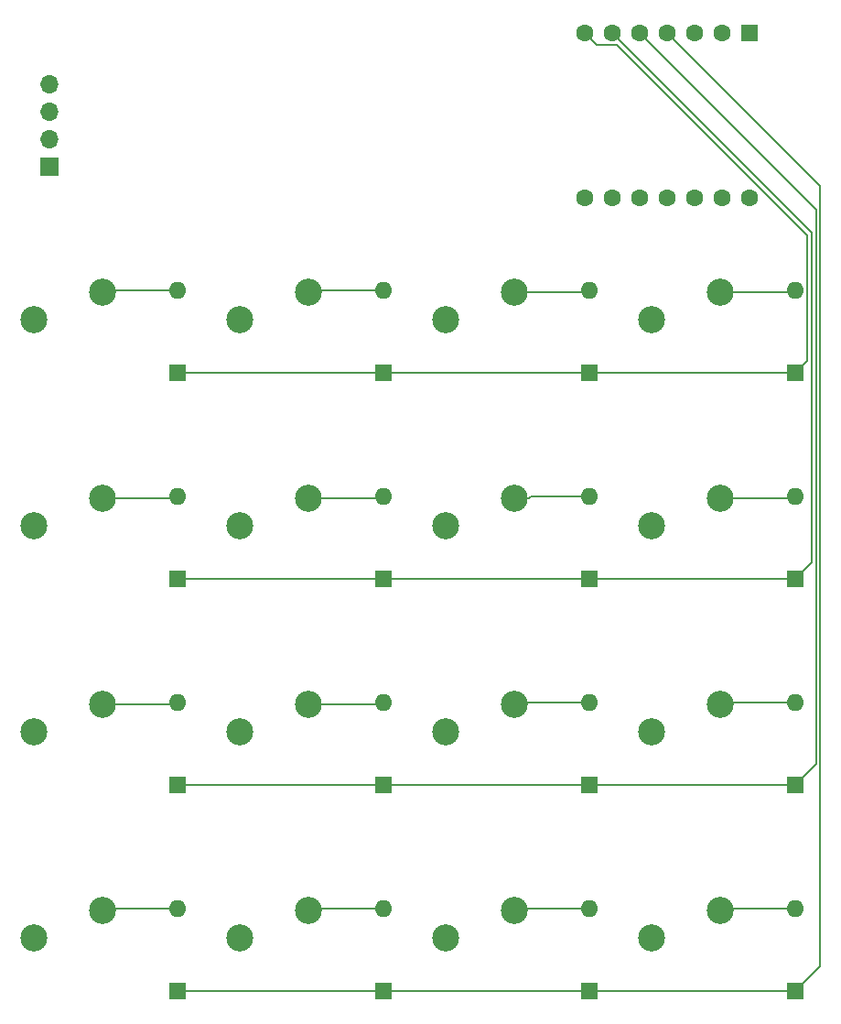
<source format=gbr>
%TF.GenerationSoftware,KiCad,Pcbnew,8.0.5*%
%TF.CreationDate,2024-10-19T01:04:11-04:00*%
%TF.ProjectId,hackpad,6861636b-7061-4642-9e6b-696361645f70,rev?*%
%TF.SameCoordinates,Original*%
%TF.FileFunction,Copper,L2,Bot*%
%TF.FilePolarity,Positive*%
%FSLAX46Y46*%
G04 Gerber Fmt 4.6, Leading zero omitted, Abs format (unit mm)*
G04 Created by KiCad (PCBNEW 8.0.5) date 2024-10-19 01:04:11*
%MOMM*%
%LPD*%
G01*
G04 APERTURE LIST*
%TA.AperFunction,ComponentPad*%
%ADD10C,2.500000*%
%TD*%
%TA.AperFunction,ComponentPad*%
%ADD11R,1.600000X1.600000*%
%TD*%
%TA.AperFunction,ComponentPad*%
%ADD12C,1.600000*%
%TD*%
%TA.AperFunction,ComponentPad*%
%ADD13R,1.700000X1.700000*%
%TD*%
%TA.AperFunction,ComponentPad*%
%ADD14O,1.700000X1.700000*%
%TD*%
%TA.AperFunction,ComponentPad*%
%ADD15O,1.600000X1.600000*%
%TD*%
%TA.AperFunction,Conductor*%
%ADD16C,0.200000*%
%TD*%
G04 APERTURE END LIST*
D10*
%TO.P,SW5,1,1*%
%TO.N,col 1*%
X148590000Y-73660000D03*
%TO.P,SW5,2,2*%
%TO.N,Net-(D5-A)*%
X154940000Y-71120000D03*
%TD*%
D11*
%TO.P,U1,1,PA02_A0_D0*%
%TO.N,SCL*%
X214788750Y-28098750D03*
D12*
%TO.P,U1,2,PA4_A1_D1*%
%TO.N,SDA*%
X212248750Y-28098750D03*
%TO.P,U1,3,PA10_A2_D2*%
%TO.N,unconnected-(U1-PA10_A2_D2-Pad3)_1*%
X209708750Y-28098750D03*
%TO.P,U1,4,PA11_A3_D3*%
%TO.N,row 4*%
X207168750Y-28098750D03*
%TO.P,U1,5,PA8_A4_D4_SDA*%
%TO.N,row 3*%
X204628750Y-28098750D03*
%TO.P,U1,6,PA9_A5_D5_SCL*%
%TO.N,row 2*%
X202088750Y-28098750D03*
%TO.P,U1,7,PB08_A6_D6_TX*%
%TO.N,row 1*%
X199548750Y-28098750D03*
%TO.P,U1,8,PB09_A7_D7_RX*%
%TO.N,col 4*%
X199548750Y-43338750D03*
%TO.P,U1,9,PA7_A8_D8_SCK*%
%TO.N,col 3*%
X202088750Y-43338750D03*
%TO.P,U1,10,PA5_A9_D9_MISO*%
%TO.N,col 2*%
X204628750Y-43338750D03*
%TO.P,U1,11,PA6_A10_D10_MOSI*%
%TO.N,col 1*%
X207168750Y-43338750D03*
%TO.P,U1,12,3V3*%
%TO.N,vcc*%
X209708750Y-43338750D03*
%TO.P,U1,13,GND*%
%TO.N,gnd*%
X212248750Y-43338750D03*
%TO.P,U1,14,5V*%
%TO.N,unconnected-(U1-5V-Pad14)*%
X214788750Y-43338750D03*
%TD*%
D10*
%TO.P,SW12,1,1*%
%TO.N,col 4*%
X205740000Y-92710000D03*
%TO.P,SW12,2,2*%
%TO.N,Net-(D12-A)*%
X212090000Y-90170000D03*
%TD*%
%TO.P,SW9,1,1*%
%TO.N,col 1*%
X148590000Y-92710000D03*
%TO.P,SW9,2,2*%
%TO.N,Net-(D9-A)*%
X154940000Y-90170000D03*
%TD*%
%TO.P,SW10,1,1*%
%TO.N,col 2*%
X167640000Y-92710000D03*
%TO.P,SW10,2,2*%
%TO.N,Net-(D10-A)*%
X173990000Y-90170000D03*
%TD*%
%TO.P,SW1,1,1*%
%TO.N,col 1*%
X148590000Y-54610000D03*
%TO.P,SW1,2,2*%
%TO.N,Net-(D1-A)*%
X154940000Y-52070000D03*
%TD*%
%TO.P,SW4,1,1*%
%TO.N,col 4*%
X205740000Y-54610000D03*
%TO.P,SW4,2,2*%
%TO.N,Net-(D4-A)*%
X212090000Y-52070000D03*
%TD*%
%TO.P,SW6,1,1*%
%TO.N,col 2*%
X167640000Y-73660000D03*
%TO.P,SW6,2,2*%
%TO.N,Net-(D6-A)*%
X173990000Y-71120000D03*
%TD*%
%TO.P,SW16,1,1*%
%TO.N,col 4*%
X205740000Y-111760000D03*
%TO.P,SW16,2,2*%
%TO.N,Net-(D16-A)*%
X212090000Y-109220000D03*
%TD*%
%TO.P,SW2,1,1*%
%TO.N,col 2*%
X167640000Y-54610000D03*
%TO.P,SW2,2,2*%
%TO.N,Net-(D2-A)*%
X173990000Y-52070000D03*
%TD*%
%TO.P,SW13,1,1*%
%TO.N,col 1*%
X148590000Y-111760000D03*
%TO.P,SW13,2,2*%
%TO.N,Net-(D13-A)*%
X154940000Y-109220000D03*
%TD*%
%TO.P,SW14,1,1*%
%TO.N,col 2*%
X167640000Y-111760000D03*
%TO.P,SW14,2,2*%
%TO.N,Net-(D14-A)*%
X173990000Y-109220000D03*
%TD*%
D13*
%TO.P,J1,1,GND*%
%TO.N,gnd*%
X150018750Y-40481250D03*
D14*
%TO.P,J1,2,VCC*%
%TO.N,vcc*%
X150018750Y-37941250D03*
%TO.P,J1,3,SCL*%
%TO.N,SCL*%
X150018750Y-35401250D03*
%TO.P,J1,4,SDA*%
%TO.N,SDA*%
X150018750Y-32861250D03*
%TD*%
D10*
%TO.P,SW15,1,1*%
%TO.N,col 3*%
X186690000Y-111760000D03*
%TO.P,SW15,2,2*%
%TO.N,Net-(D15-A)*%
X193040000Y-109220000D03*
%TD*%
%TO.P,SW7,1,1*%
%TO.N,col 3*%
X186690000Y-73660000D03*
%TO.P,SW7,2,2*%
%TO.N,Net-(D7-A)*%
X193040000Y-71120000D03*
%TD*%
%TO.P,SW8,1,1*%
%TO.N,col 4*%
X205740000Y-73660000D03*
%TO.P,SW8,2,2*%
%TO.N,Net-(D8-A)*%
X212090000Y-71120000D03*
%TD*%
%TO.P,SW3,1,1*%
%TO.N,col 3*%
X186690000Y-54610000D03*
%TO.P,SW3,2,2*%
%TO.N,Net-(D3-A)*%
X193040000Y-52070000D03*
%TD*%
%TO.P,SW11,1,1*%
%TO.N,col 3*%
X186690000Y-92710000D03*
%TO.P,SW11,2,2*%
%TO.N,Net-(D11-A)*%
X193040000Y-90170000D03*
%TD*%
D11*
%TO.P,D8,1,K*%
%TO.N,row 2*%
X219075000Y-78581250D03*
D15*
%TO.P,D8,2,A*%
%TO.N,Net-(D8-A)*%
X219075000Y-70961250D03*
%TD*%
D11*
%TO.P,D9,1,K*%
%TO.N,row 3*%
X161925000Y-97631250D03*
D15*
%TO.P,D9,2,A*%
%TO.N,Net-(D9-A)*%
X161925000Y-90011250D03*
%TD*%
D11*
%TO.P,D3,1,K*%
%TO.N,row 1*%
X200025000Y-59531250D03*
D15*
%TO.P,D3,2,A*%
%TO.N,Net-(D3-A)*%
X200025000Y-51911250D03*
%TD*%
D11*
%TO.P,D1,1,K*%
%TO.N,row 1*%
X161925000Y-59531250D03*
D15*
%TO.P,D1,2,A*%
%TO.N,Net-(D1-A)*%
X161925000Y-51911250D03*
%TD*%
D11*
%TO.P,D11,1,K*%
%TO.N,row 3*%
X200025000Y-97631250D03*
D15*
%TO.P,D11,2,A*%
%TO.N,Net-(D11-A)*%
X200025000Y-90011250D03*
%TD*%
D11*
%TO.P,D6,1,K*%
%TO.N,row 2*%
X180975000Y-78581250D03*
D15*
%TO.P,D6,2,A*%
%TO.N,Net-(D6-A)*%
X180975000Y-70961250D03*
%TD*%
D11*
%TO.P,D13,1,K*%
%TO.N,row 4*%
X161925000Y-116681250D03*
D15*
%TO.P,D13,2,A*%
%TO.N,Net-(D13-A)*%
X161925000Y-109061250D03*
%TD*%
D11*
%TO.P,D15,1,K*%
%TO.N,row 4*%
X200025000Y-116681250D03*
D15*
%TO.P,D15,2,A*%
%TO.N,Net-(D15-A)*%
X200025000Y-109061250D03*
%TD*%
D11*
%TO.P,D5,1,K*%
%TO.N,row 2*%
X161925000Y-78581250D03*
D15*
%TO.P,D5,2,A*%
%TO.N,Net-(D5-A)*%
X161925000Y-70961250D03*
%TD*%
D11*
%TO.P,D7,1,K*%
%TO.N,row 2*%
X200025000Y-78581250D03*
D15*
%TO.P,D7,2,A*%
%TO.N,Net-(D7-A)*%
X200025000Y-70961250D03*
%TD*%
D11*
%TO.P,D10,1,K*%
%TO.N,row 3*%
X180975000Y-97631250D03*
D15*
%TO.P,D10,2,A*%
%TO.N,Net-(D10-A)*%
X180975000Y-90011250D03*
%TD*%
D11*
%TO.P,D16,1,K*%
%TO.N,row 4*%
X219075000Y-116681250D03*
D15*
%TO.P,D16,2,A*%
%TO.N,Net-(D16-A)*%
X219075000Y-109061250D03*
%TD*%
D11*
%TO.P,D4,1,K*%
%TO.N,row 1*%
X219075000Y-59531250D03*
D15*
%TO.P,D4,2,A*%
%TO.N,Net-(D4-A)*%
X219075000Y-51911250D03*
%TD*%
D11*
%TO.P,D12,1,K*%
%TO.N,row 3*%
X219075000Y-97631250D03*
D15*
%TO.P,D12,2,A*%
%TO.N,Net-(D12-A)*%
X219075000Y-90011250D03*
%TD*%
D11*
%TO.P,D2,1,K*%
%TO.N,row 1*%
X180975000Y-59531250D03*
D15*
%TO.P,D2,2,A*%
%TO.N,Net-(D2-A)*%
X180975000Y-51911250D03*
%TD*%
D11*
%TO.P,D14,1,K*%
%TO.N,row 4*%
X180975000Y-116681250D03*
D15*
%TO.P,D14,2,A*%
%TO.N,Net-(D14-A)*%
X180975000Y-109061250D03*
%TD*%
D16*
%TO.N,row 1*%
X220175000Y-46829365D02*
X202544385Y-29198750D01*
X219075000Y-59531250D02*
X220175000Y-58431250D01*
X202544385Y-29198750D02*
X200648750Y-29198750D01*
X219075000Y-59531250D02*
X200025000Y-59531250D01*
X200025000Y-59531250D02*
X180975000Y-59531250D01*
X220175000Y-58431250D02*
X220175000Y-46829365D01*
X180975000Y-59531250D02*
X161925000Y-59531250D01*
X200648750Y-29198750D02*
X199548750Y-28098750D01*
%TO.N,Net-(D1-A)*%
X161925000Y-51911250D02*
X155098750Y-51911250D01*
X155098750Y-51911250D02*
X154940000Y-52070000D01*
%TO.N,Net-(D2-A)*%
X174148750Y-51911250D02*
X173990000Y-52070000D01*
X180975000Y-51911250D02*
X174148750Y-51911250D01*
%TO.N,Net-(D3-A)*%
X193040000Y-52070000D02*
X199866250Y-52070000D01*
X199866250Y-52070000D02*
X200025000Y-51911250D01*
%TO.N,Net-(D4-A)*%
X212090000Y-52070000D02*
X218916250Y-52070000D01*
X218916250Y-52070000D02*
X219075000Y-51911250D01*
%TO.N,row 2*%
X180975000Y-78581250D02*
X200025000Y-78581250D01*
X219075000Y-78581250D02*
X220575000Y-77081250D01*
X200025000Y-78581250D02*
X219075000Y-78581250D01*
X220575000Y-77081250D02*
X220575000Y-46585000D01*
X220575000Y-46585000D02*
X202088750Y-28098750D01*
X161925000Y-78581250D02*
X180975000Y-78581250D01*
%TO.N,Net-(D5-A)*%
X161766250Y-71120000D02*
X161925000Y-70961250D01*
X154940000Y-71120000D02*
X161766250Y-71120000D01*
%TO.N,Net-(D6-A)*%
X180816250Y-71120000D02*
X180975000Y-70961250D01*
X173990000Y-71120000D02*
X180816250Y-71120000D01*
%TO.N,Net-(D7-A)*%
X194416428Y-71120000D02*
X194575178Y-70961250D01*
X194575178Y-70961250D02*
X200025000Y-70961250D01*
X193040000Y-71120000D02*
X194416428Y-71120000D01*
%TO.N,Net-(D8-A)*%
X218916250Y-71120000D02*
X219075000Y-70961250D01*
X212090000Y-71120000D02*
X218916250Y-71120000D01*
%TO.N,Net-(D9-A)*%
X154940000Y-90170000D02*
X161766250Y-90170000D01*
X161766250Y-90170000D02*
X161925000Y-90011250D01*
%TO.N,row 3*%
X219075000Y-97631250D02*
X200025000Y-97631250D01*
X180975000Y-97631250D02*
X161925000Y-97631250D01*
X200025000Y-97631250D02*
X180975000Y-97631250D01*
X220975000Y-95731250D02*
X220975000Y-44445000D01*
X219075000Y-97631250D02*
X220975000Y-95731250D01*
X220975000Y-44445000D02*
X204628750Y-28098750D01*
%TO.N,Net-(D10-A)*%
X173990000Y-90170000D02*
X180816250Y-90170000D01*
X180816250Y-90170000D02*
X180975000Y-90011250D01*
%TO.N,Net-(D11-A)*%
X193198750Y-90011250D02*
X193040000Y-90170000D01*
X200025000Y-90011250D02*
X193198750Y-90011250D01*
%TO.N,Net-(D12-A)*%
X212248750Y-90011250D02*
X212090000Y-90170000D01*
X219075000Y-90011250D02*
X212248750Y-90011250D01*
%TO.N,row 4*%
X221375000Y-114381250D02*
X221375000Y-42305000D01*
X219075000Y-116681250D02*
X200025000Y-116681250D01*
X161925000Y-116681250D02*
X180975000Y-116681250D01*
X221375000Y-42305000D02*
X207168750Y-28098750D01*
X180975000Y-116681250D02*
X200025000Y-116681250D01*
X219075000Y-116681250D02*
X221375000Y-114381250D01*
%TO.N,Net-(D13-A)*%
X155098750Y-109061250D02*
X154940000Y-109220000D01*
X161925000Y-109061250D02*
X155098750Y-109061250D01*
%TO.N,Net-(D14-A)*%
X180975000Y-109061250D02*
X174148750Y-109061250D01*
X174148750Y-109061250D02*
X173990000Y-109220000D01*
%TO.N,Net-(D15-A)*%
X200025000Y-109061250D02*
X193198750Y-109061250D01*
X193198750Y-109061250D02*
X193040000Y-109220000D01*
%TO.N,Net-(D16-A)*%
X212248750Y-109061250D02*
X212090000Y-109220000D01*
X219075000Y-109061250D02*
X212248750Y-109061250D01*
%TD*%
M02*

</source>
